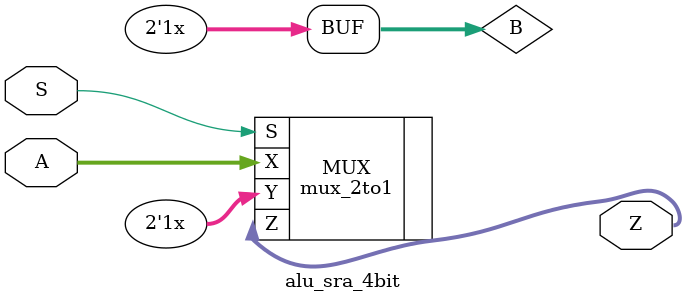
<source format=v>
`timescale 1ns / 1ps
`default_nettype none
module alu_sra_4bit(A, S, Z);

    parameter N = 2;

	//port definitions

	input wire [(N-1):0] A;
	input wire S;
    output wire [(N-1):0] Z;
    wire [(N-1):0] B;

    assign B[N-5:0] = A[N-1:4];
    assign B[N-1:N-4] = 4'hf;
    
	mux_2to1 #(.N(N)) MUX (.X(A), .Y(B), .S(S), .Z(Z));
endmodule
`default_nettype wire

</source>
